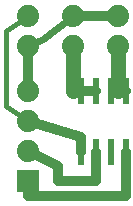
<source format=gtl>
G75*
G70*
%OFA0B0*%
%FSLAX24Y24*%
%IPPOS*%
%LPD*%
%AMOC8*
5,1,8,0,0,1.08239X$1,22.5*
%
%ADD10C,0.0740*%
%ADD11R,0.0740X0.0740*%
%ADD12R,0.0236X0.0866*%
%ADD13C,0.0320*%
%ADD14C,0.0240*%
%ADD15C,0.0160*%
%ADD16C,0.0500*%
D10*
X001487Y002100D03*
X001487Y003100D03*
X001487Y004100D03*
X001487Y005600D03*
X001487Y006600D03*
X002987Y006600D03*
X002987Y005600D03*
X004487Y005600D03*
X004487Y006600D03*
D11*
X001487Y001100D03*
D12*
X003237Y002076D03*
X003737Y002076D03*
X004237Y002076D03*
X004737Y002076D03*
X004737Y004124D03*
X004237Y004124D03*
X003737Y004124D03*
X003237Y004124D03*
D13*
X001487Y001100D02*
X001487Y000600D01*
X004737Y000600D01*
X004737Y002076D01*
X003737Y002076D02*
X003737Y001100D01*
X002487Y001100D01*
X002487Y001600D01*
X001487Y002100D01*
X001487Y003100D02*
X003237Y002576D01*
X003237Y002076D01*
X003237Y004124D02*
X003737Y004124D01*
X004487Y004124D02*
X004737Y004124D01*
X004487Y006600D02*
X002987Y006600D01*
X001487Y005600D02*
X001487Y004100D01*
D14*
X001487Y005600D02*
X001987Y005850D01*
X002987Y006600D01*
D15*
X001487Y006600D02*
X000737Y006100D01*
X000737Y003600D01*
X001487Y003100D01*
X002987Y004124D02*
X003237Y004124D01*
X004237Y004124D02*
X004487Y004124D01*
D16*
X004487Y005600D01*
X002987Y005600D02*
X002987Y004124D01*
M02*

</source>
